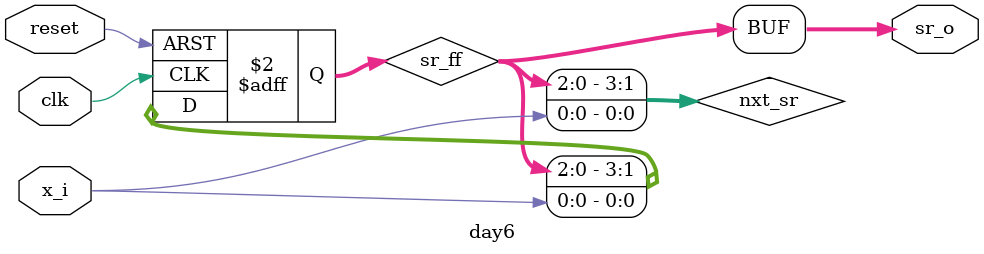
<source format=v>

module day6(
  input     wire        clk,
  input     wire        reset,
  input     wire        x_i,      // Serial input

  output    wire[3:0]   sr_o
);

  reg [3:0]sr_ff;
  reg [3:0]nxt_sr;
  
  always@(posedge clk or posedge reset) begin
    if(reset) 
      sr_ff <= 4'b0;
    else 
      sr_ff <= nxt_sr;
  end

  assign nxt_sr = {sr_ff[2:0], x_i};
  assign sr_o = sr_ff;
  
endmodule

</source>
